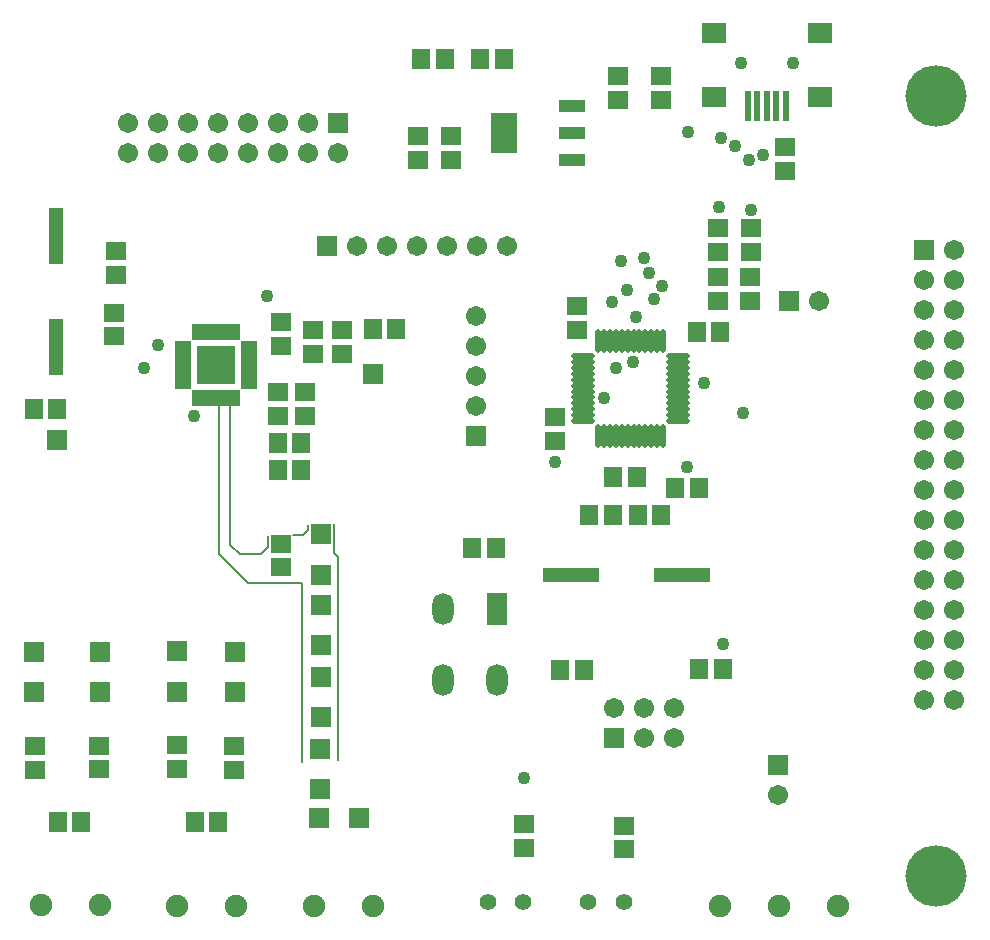
<source format=gts>
%FSLAX25Y25*%
%MOIN*%
G70*
G01*
G75*
G04 Layer_Color=8388736*
%ADD10C,0.01000*%
%ADD11C,0.02500*%
%ADD12C,0.03000*%
%ADD13R,0.07087X0.06299*%
%ADD14R,0.01575X0.09449*%
%ADD15R,0.05512X0.05906*%
%ADD16R,0.01181X0.04724*%
%ADD17R,0.04724X0.01181*%
%ADD18R,0.11811X0.11811*%
%ADD19R,0.05906X0.05512*%
%ADD20R,0.06299X0.05984*%
%ADD21R,0.05984X0.06299*%
%ADD22R,0.08268X0.12598*%
%ADD23R,0.08268X0.03543*%
%ADD24R,0.03937X0.17716*%
%ADD25O,0.07087X0.01181*%
%ADD26O,0.01181X0.07087*%
%ADD27R,0.17716X0.03937*%
%ADD28R,0.05906X0.05906*%
%ADD29C,0.05906*%
%ADD30C,0.06693*%
%ADD31R,0.05906X0.05906*%
%ADD32C,0.19685*%
%ADD33O,0.06299X0.09843*%
%ADD34R,0.06299X0.09843*%
%ADD35C,0.04724*%
%ADD36C,0.03543*%
%ADD37C,0.03500*%
%ADD38O,0.01378X0.08268*%
%ADD39C,0.00984*%
%ADD40C,0.02362*%
%ADD41C,0.00394*%
%ADD42C,0.00787*%
%ADD43C,0.00800*%
%ADD44R,0.07887X0.07099*%
%ADD45R,0.02375X0.10249*%
%ADD46R,0.06312X0.06706*%
%ADD47R,0.01981X0.05524*%
%ADD48R,0.05524X0.01981*%
%ADD49R,0.12611X0.12611*%
%ADD50R,0.06706X0.06312*%
%ADD51R,0.07099X0.06784*%
%ADD52R,0.06784X0.07099*%
%ADD53R,0.09068X0.13398*%
%ADD54R,0.09068X0.04343*%
%ADD55R,0.04737X0.18517*%
%ADD56O,0.07887X0.01981*%
%ADD57O,0.01981X0.07887*%
%ADD58R,0.18517X0.04737*%
%ADD59R,0.06706X0.06706*%
%ADD60C,0.06706*%
%ADD61C,0.07493*%
%ADD62R,0.06706X0.06706*%
%ADD63C,0.20485*%
%ADD64O,0.07099X0.10642*%
%ADD65R,0.07099X0.10642*%
%ADD66C,0.05524*%
%ADD67C,0.04343*%
%ADD68C,0.04300*%
D42*
X126200Y135200D02*
X127500Y133900D01*
X126200Y135200D02*
Y144800D01*
X117300Y142800D02*
Y144400D01*
X115800Y141300D02*
X117300Y142800D01*
X112500Y141300D02*
X115800D01*
X104100Y137100D02*
Y141000D01*
X101900Y134900D02*
X104100Y137100D01*
X101800Y134900D02*
X101900D01*
X127500Y66100D02*
Y133900D01*
X115200Y125200D02*
X115500Y124900D01*
Y65600D02*
Y124900D01*
X97300Y125200D02*
X115200D01*
X91600Y138000D02*
Y138300D01*
Y138000D02*
X94700Y134900D01*
X87800Y134700D02*
X97300Y125200D01*
X87800Y134700D02*
Y186700D01*
X94700Y134900D02*
X101800D01*
X91600Y138300D02*
Y185900D01*
D44*
X252639Y287337D02*
D03*
X288072D02*
D03*
Y308597D02*
D03*
X252639D02*
D03*
D45*
X264057Y284187D02*
D03*
X267206D02*
D03*
X270356D02*
D03*
X273506D02*
D03*
X276655D02*
D03*
D46*
X227005Y160444D02*
D03*
X219131D02*
D03*
X239763Y156700D02*
D03*
X247637D02*
D03*
X254837Y208700D02*
D03*
X246963D02*
D03*
X33837Y183300D02*
D03*
X25963D02*
D03*
X107363Y163000D02*
D03*
X115237D02*
D03*
X107363Y171800D02*
D03*
X115237D02*
D03*
X209437Y96300D02*
D03*
X201563D02*
D03*
X255737Y96500D02*
D03*
X247863D02*
D03*
X174803Y300000D02*
D03*
X182677D02*
D03*
X87537Y45400D02*
D03*
X79663D02*
D03*
X41837D02*
D03*
X33963D02*
D03*
X180137Y136800D02*
D03*
X172263D02*
D03*
X155118Y300000D02*
D03*
X162992D02*
D03*
X138963Y210000D02*
D03*
X146837D02*
D03*
X227363Y147800D02*
D03*
X235237D02*
D03*
X219037Y147700D02*
D03*
X211163D02*
D03*
D47*
X79908Y208757D02*
D03*
X81876D02*
D03*
X83845D02*
D03*
X85813D02*
D03*
X87782D02*
D03*
X89750D02*
D03*
X91719D02*
D03*
X93687D02*
D03*
Y186906D02*
D03*
X91719D02*
D03*
X89750D02*
D03*
X87782D02*
D03*
X85813D02*
D03*
X83845D02*
D03*
X81876D02*
D03*
X79908D02*
D03*
D48*
X97723Y204721D02*
D03*
Y202753D02*
D03*
Y200784D02*
D03*
Y198816D02*
D03*
Y196847D02*
D03*
Y194879D02*
D03*
Y192910D02*
D03*
Y190942D02*
D03*
X75872D02*
D03*
Y192910D02*
D03*
Y194879D02*
D03*
Y196847D02*
D03*
Y198816D02*
D03*
Y200784D02*
D03*
Y202753D02*
D03*
Y204721D02*
D03*
D49*
X86896Y197930D02*
D03*
D50*
X264900Y227137D02*
D03*
Y219263D02*
D03*
X254000Y227037D02*
D03*
Y219163D02*
D03*
X276500Y262563D02*
D03*
Y270437D02*
D03*
X165128Y274226D02*
D03*
Y266352D02*
D03*
X108600Y212037D02*
D03*
Y204163D02*
D03*
X116400Y188737D02*
D03*
Y180863D02*
D03*
X107400Y188737D02*
D03*
Y180863D02*
D03*
X119200Y209537D02*
D03*
Y201663D02*
D03*
X128900Y209537D02*
D03*
Y201663D02*
D03*
X52900Y215237D02*
D03*
Y207363D02*
D03*
X53400Y227863D02*
D03*
Y235737D02*
D03*
X154104Y274226D02*
D03*
Y266352D02*
D03*
X222800Y44337D02*
D03*
Y36463D02*
D03*
X189300Y44837D02*
D03*
Y36963D02*
D03*
X73700Y63163D02*
D03*
Y71037D02*
D03*
X92900Y62963D02*
D03*
Y70837D02*
D03*
X26400Y62963D02*
D03*
Y70837D02*
D03*
X47800Y63063D02*
D03*
Y70937D02*
D03*
X254100Y235563D02*
D03*
Y243437D02*
D03*
X265000Y235663D02*
D03*
Y243537D02*
D03*
X108400Y130463D02*
D03*
Y138337D02*
D03*
X220700Y286263D02*
D03*
Y294137D02*
D03*
X235200Y286263D02*
D03*
Y294137D02*
D03*
X207200Y217437D02*
D03*
Y209563D02*
D03*
X199700Y180437D02*
D03*
Y172563D02*
D03*
D51*
X73700Y89014D02*
D03*
Y102400D02*
D03*
X93100Y102086D02*
D03*
Y88700D02*
D03*
X26200Y88714D02*
D03*
Y102100D02*
D03*
X48000Y102186D02*
D03*
Y88800D02*
D03*
X121700Y117786D02*
D03*
Y104400D02*
D03*
Y93786D02*
D03*
Y80400D02*
D03*
X121500Y69886D02*
D03*
Y56500D02*
D03*
X121700Y128014D02*
D03*
Y141400D02*
D03*
D52*
X121214Y46900D02*
D03*
X134600D02*
D03*
D53*
X182874Y275197D02*
D03*
D54*
X205315Y284252D02*
D03*
Y275197D02*
D03*
Y266142D02*
D03*
D55*
X33400Y203835D02*
D03*
Y240765D02*
D03*
D56*
X209055Y179173D02*
D03*
Y181142D02*
D03*
Y183110D02*
D03*
Y185079D02*
D03*
Y187047D02*
D03*
Y189016D02*
D03*
Y190984D02*
D03*
Y192953D02*
D03*
Y194921D02*
D03*
Y196890D02*
D03*
Y198858D02*
D03*
Y200827D02*
D03*
X240945D02*
D03*
Y198858D02*
D03*
Y196890D02*
D03*
Y194921D02*
D03*
Y192953D02*
D03*
Y190984D02*
D03*
Y189016D02*
D03*
Y187047D02*
D03*
Y185079D02*
D03*
Y183110D02*
D03*
Y181142D02*
D03*
Y179173D02*
D03*
D57*
X214173Y205945D02*
D03*
X216142D02*
D03*
X218110D02*
D03*
X220079D02*
D03*
X222047D02*
D03*
X224016D02*
D03*
X225984D02*
D03*
X227953D02*
D03*
X229921D02*
D03*
X231890D02*
D03*
X233858D02*
D03*
X235827D02*
D03*
Y174055D02*
D03*
X233858D02*
D03*
X231890D02*
D03*
X229921D02*
D03*
X227953D02*
D03*
X225984D02*
D03*
X224016D02*
D03*
X222047D02*
D03*
X220079D02*
D03*
X218110D02*
D03*
X216142D02*
D03*
X214173D02*
D03*
D58*
X241965Y127900D02*
D03*
X205035D02*
D03*
D59*
X219500Y73400D02*
D03*
X139000Y194900D02*
D03*
X33900Y172800D02*
D03*
X123800Y237600D02*
D03*
X127500Y278500D02*
D03*
X277953Y219291D02*
D03*
D60*
X219500Y83400D02*
D03*
X229500Y73400D02*
D03*
Y83400D02*
D03*
X239500Y73400D02*
D03*
Y83400D02*
D03*
X173400Y214300D02*
D03*
Y204300D02*
D03*
Y194300D02*
D03*
Y184300D02*
D03*
X183800Y237600D02*
D03*
X173800D02*
D03*
X163800D02*
D03*
X153800D02*
D03*
X133800D02*
D03*
X143800D02*
D03*
X127500Y268500D02*
D03*
X117500Y278500D02*
D03*
Y268500D02*
D03*
X107500Y278500D02*
D03*
Y268500D02*
D03*
X97500Y278500D02*
D03*
Y268500D02*
D03*
X87500Y278500D02*
D03*
Y268500D02*
D03*
X77500Y278500D02*
D03*
Y268500D02*
D03*
X67500Y278500D02*
D03*
Y268500D02*
D03*
X57500Y278500D02*
D03*
Y268500D02*
D03*
X274016Y54567D02*
D03*
X332835Y86220D02*
D03*
X322835D02*
D03*
X332835Y96220D02*
D03*
X322835D02*
D03*
X332835Y106220D02*
D03*
X322835D02*
D03*
X332835Y116220D02*
D03*
X322835D02*
D03*
X332835Y126220D02*
D03*
X322835D02*
D03*
X332835Y136220D02*
D03*
X322835D02*
D03*
X332835Y146220D02*
D03*
X322835D02*
D03*
X332835Y156220D02*
D03*
X322835D02*
D03*
X332835Y166220D02*
D03*
X322835D02*
D03*
X332835Y176220D02*
D03*
X322835D02*
D03*
X332835Y186220D02*
D03*
X322835D02*
D03*
X332835Y196220D02*
D03*
X322835D02*
D03*
X332835Y206220D02*
D03*
X322835D02*
D03*
X332835Y216220D02*
D03*
X322835D02*
D03*
X332835Y226220D02*
D03*
X322835D02*
D03*
X332835Y236220D02*
D03*
X287953Y219291D02*
D03*
D61*
X274385Y17400D02*
D03*
X254700D02*
D03*
X294070D02*
D03*
X119300D02*
D03*
X138985D02*
D03*
X73700D02*
D03*
X93385D02*
D03*
X28300Y17700D02*
D03*
X47985D02*
D03*
D62*
X173400Y174300D02*
D03*
X274016Y64567D02*
D03*
X322835Y236220D02*
D03*
D63*
X326772Y27559D02*
D03*
Y287402D02*
D03*
D64*
X162583Y92878D02*
D03*
X180300D02*
D03*
X162583Y116500D02*
D03*
D65*
X180300D02*
D03*
D66*
X222670Y18798D02*
D03*
X210859D02*
D03*
X189206D02*
D03*
X177395D02*
D03*
D67*
X261695Y298361D02*
D03*
X279017D02*
D03*
D68*
X264500Y266200D02*
D03*
X244094Y275590D02*
D03*
X231100Y228500D02*
D03*
X189400Y60200D02*
D03*
X243900Y163700D02*
D03*
X225900Y199000D02*
D03*
X216200Y186900D02*
D03*
X220100Y196800D02*
D03*
X218950Y218850D02*
D03*
X221800Y232400D02*
D03*
X223800Y222900D02*
D03*
X226900Y213700D02*
D03*
X229550Y233500D02*
D03*
X232900Y220000D02*
D03*
X235600Y224100D02*
D03*
X199700Y165600D02*
D03*
X255800Y104900D02*
D03*
X249300Y192000D02*
D03*
X262600Y181900D02*
D03*
X269000Y267900D02*
D03*
X265000Y249600D02*
D03*
X254300Y250600D02*
D03*
X103700Y220800D02*
D03*
X62747Y196847D02*
D03*
X79400Y180900D02*
D03*
X67300Y204500D02*
D03*
X259700Y270800D02*
D03*
X255000Y273400D02*
D03*
M02*

</source>
